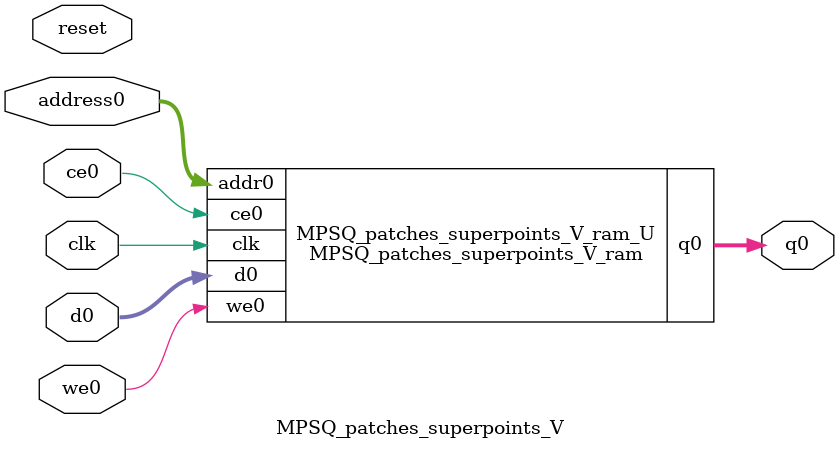
<source format=v>
`timescale 1 ns / 1 ps
module MPSQ_patches_superpoints_V_ram (addr0, ce0, d0, we0, q0,  clk);

parameter DWIDTH = 32;
parameter AWIDTH = 12;
parameter MEM_SIZE = 2560;

input[AWIDTH-1:0] addr0;
input ce0;
input[DWIDTH-1:0] d0;
input we0;
output reg[DWIDTH-1:0] q0;
input clk;

reg [DWIDTH-1:0] ram[0:MEM_SIZE-1];




always @(posedge clk)  
begin 
    if (ce0) begin
        if (we0) 
            ram[addr0] <= d0; 
        q0 <= ram[addr0];
    end
end


endmodule

`timescale 1 ns / 1 ps
module MPSQ_patches_superpoints_V(
    reset,
    clk,
    address0,
    ce0,
    we0,
    d0,
    q0);

parameter DataWidth = 32'd32;
parameter AddressRange = 32'd2560;
parameter AddressWidth = 32'd12;
input reset;
input clk;
input[AddressWidth - 1:0] address0;
input ce0;
input we0;
input[DataWidth - 1:0] d0;
output[DataWidth - 1:0] q0;



MPSQ_patches_superpoints_V_ram MPSQ_patches_superpoints_V_ram_U(
    .clk( clk ),
    .addr0( address0 ),
    .ce0( ce0 ),
    .we0( we0 ),
    .d0( d0 ),
    .q0( q0 ));

endmodule


</source>
